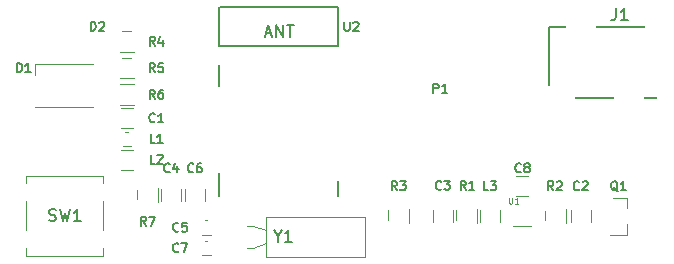
<source format=gto>
G04 #@! TF.GenerationSoftware,KiCad,Pcbnew,no-vcs-found-e5c4cfc~61~ubuntu16.04.1*
G04 #@! TF.CreationDate,2017-11-03T16:10:43+05:30*
G04 #@! TF.ProjectId,snap_rev2,736E61705F726576322E6B696361645F,rev?*
G04 #@! TF.SameCoordinates,Original*
G04 #@! TF.FileFunction,Legend,Top*
G04 #@! TF.FilePolarity,Positive*
%FSLAX46Y46*%
G04 Gerber Fmt 4.6, Leading zero omitted, Abs format (unit mm)*
G04 Created by KiCad (PCBNEW no-vcs-found-e5c4cfc~61~ubuntu16.04.1) date Fri Nov  3 16:10:43 2017*
%MOMM*%
%LPD*%
G01*
G04 APERTURE LIST*
%ADD10C,0.120000*%
%ADD11C,0.150000*%
%ADD12C,0.127000*%
%ADD13C,0.100000*%
%ADD14C,4.200000*%
%ADD15R,1.100000X1.700000*%
%ADD16C,2.480000*%
%ADD17R,0.830000X1.680000*%
%ADD18C,1.400000*%
%ADD19C,0.900000*%
%ADD20R,1.600000X0.900000*%
%ADD21R,2.000000X1.300000*%
%ADD22R,2.000000X0.900000*%
%ADD23R,0.900000X2.000000*%
%ADD24R,1.250000X0.680000*%
%ADD25R,1.150000X0.680000*%
%ADD26R,1.700000X1.100000*%
%ADD27R,1.300000X1.200000*%
%ADD28C,2.100000*%
%ADD29R,1.650000X1.400000*%
%ADD30R,1.400000X1.650000*%
%ADD31R,1.200000X1.150000*%
%ADD32R,2.600000X2.400000*%
%ADD33R,2.600000X2.800000*%
%ADD34C,1.500000*%
%ADD35R,3.150000X1.400000*%
G04 APERTURE END LIST*
D10*
X62850000Y-94380000D02*
X61650000Y-94380000D01*
X61650000Y-92620000D02*
X62850000Y-92620000D01*
D11*
X80100000Y-91600000D02*
X70100000Y-91600000D01*
X70100000Y-88350000D02*
X80100000Y-88350000D01*
X70096200Y-95030600D02*
X70096200Y-93278000D01*
X70096200Y-88350400D02*
X70096200Y-91601600D01*
X70096200Y-104327000D02*
X70096200Y-102396600D01*
X80103800Y-104352400D02*
X80103800Y-103082400D01*
X80103800Y-88350400D02*
X80103800Y-91601600D01*
D10*
X94777000Y-105195000D02*
X96477000Y-105195000D01*
X94927000Y-106895000D02*
X96477000Y-106895000D01*
X64880000Y-103650000D02*
X64880000Y-104850000D01*
X63120000Y-104850000D02*
X63120000Y-103650000D01*
X62850000Y-96630000D02*
X61650000Y-96630000D01*
X61650000Y-94870000D02*
X62850000Y-94870000D01*
X62850000Y-92130000D02*
X61650000Y-92130000D01*
X61650000Y-90370000D02*
X62850000Y-90370000D01*
X86130000Y-105400000D02*
X86130000Y-106600000D01*
X84370000Y-106600000D02*
X84370000Y-105400000D01*
X97636000Y-106645000D02*
X97636000Y-105445000D01*
X99396000Y-105445000D02*
X99396000Y-106645000D01*
X91880000Y-105400000D02*
X91880000Y-106600000D01*
X90120000Y-106600000D02*
X90120000Y-105400000D01*
X104610000Y-107625000D02*
X104610000Y-106695000D01*
X104610000Y-104465000D02*
X104610000Y-105395000D01*
X104610000Y-104465000D02*
X102450000Y-104465000D01*
X104610000Y-107625000D02*
X103150000Y-107625000D01*
X93850000Y-106500000D02*
X93850000Y-105500000D01*
X92150000Y-105500000D02*
X92150000Y-106500000D01*
X62750000Y-100400000D02*
X61750000Y-100400000D01*
X61750000Y-102100000D02*
X62750000Y-102100000D01*
X61900000Y-98900000D02*
X62600000Y-98900000D01*
X62600000Y-100100000D02*
X61900000Y-100100000D01*
X54450000Y-93200000D02*
X54450000Y-94100000D01*
X54450000Y-96800000D02*
X59350000Y-96800000D01*
X59350000Y-93200000D02*
X54450000Y-93200000D01*
X96222000Y-102655000D02*
X95222000Y-102655000D01*
X95222000Y-104355000D02*
X96222000Y-104355000D01*
X68650000Y-108150000D02*
X69350000Y-108150000D01*
X69350000Y-109350000D02*
X68650000Y-109350000D01*
X68850000Y-104750000D02*
X68850000Y-103750000D01*
X67150000Y-103750000D02*
X67150000Y-104750000D01*
X68650000Y-106400000D02*
X69350000Y-106400000D01*
X69350000Y-107600000D02*
X68650000Y-107600000D01*
X66850000Y-104750000D02*
X66850000Y-103750000D01*
X65150000Y-103750000D02*
X65150000Y-104750000D01*
X88150000Y-105500000D02*
X88150000Y-106500000D01*
X89850000Y-106500000D02*
X89850000Y-105500000D01*
X99825000Y-105545000D02*
X99825000Y-106545000D01*
X101525000Y-106545000D02*
X101525000Y-105545000D01*
X61750000Y-98600000D02*
X62750000Y-98600000D01*
X62750000Y-96900000D02*
X61750000Y-96900000D01*
D11*
X107200000Y-96000000D02*
X106000000Y-96000000D01*
X103600000Y-96000000D02*
X100100000Y-96000000D01*
X106200000Y-90000000D02*
X101900000Y-90000000D01*
X98000000Y-90000000D02*
X98000000Y-95100000D01*
X99500000Y-90000000D02*
X98000000Y-90000000D01*
D10*
X60250000Y-107250000D02*
X60250000Y-104750000D01*
X53750000Y-107250000D02*
X53750000Y-104750000D01*
X60250000Y-109400000D02*
X60250000Y-108750000D01*
X53750000Y-109400000D02*
X60250000Y-109400000D01*
X53750000Y-108750000D02*
X53750000Y-109400000D01*
X60250000Y-102600000D02*
X60250000Y-103250000D01*
X53750000Y-102600000D02*
X60250000Y-102600000D01*
X53750000Y-103250000D02*
X53750000Y-102600000D01*
X72900000Y-106850000D02*
X72450000Y-106850000D01*
X74050000Y-107255000D02*
X72900000Y-106850000D01*
X72900000Y-108750000D02*
X72450000Y-108750000D01*
X74050000Y-108345000D02*
X72900000Y-108750000D01*
X74050000Y-106100000D02*
X74050000Y-109500000D01*
X82450000Y-106100000D02*
X74050000Y-106100000D01*
X82450000Y-109500000D02*
X82450000Y-106100000D01*
X74050000Y-109500000D02*
X82450000Y-109500000D01*
D12*
X64623000Y-93844714D02*
X64369000Y-93481857D01*
X64187571Y-93844714D02*
X64187571Y-93082714D01*
X64477857Y-93082714D01*
X64550428Y-93119000D01*
X64586714Y-93155285D01*
X64623000Y-93227857D01*
X64623000Y-93336714D01*
X64586714Y-93409285D01*
X64550428Y-93445571D01*
X64477857Y-93481857D01*
X64187571Y-93481857D01*
X65312428Y-93082714D02*
X64949571Y-93082714D01*
X64913285Y-93445571D01*
X64949571Y-93409285D01*
X65022142Y-93373000D01*
X65203571Y-93373000D01*
X65276142Y-93409285D01*
X65312428Y-93445571D01*
X65348714Y-93518142D01*
X65348714Y-93699571D01*
X65312428Y-93772142D01*
X65276142Y-93808428D01*
X65203571Y-93844714D01*
X65022142Y-93844714D01*
X64949571Y-93808428D01*
X64913285Y-93772142D01*
X59187571Y-90344714D02*
X59187571Y-89582714D01*
X59369000Y-89582714D01*
X59477857Y-89619000D01*
X59550428Y-89691571D01*
X59586714Y-89764142D01*
X59623000Y-89909285D01*
X59623000Y-90018142D01*
X59586714Y-90163285D01*
X59550428Y-90235857D01*
X59477857Y-90308428D01*
X59369000Y-90344714D01*
X59187571Y-90344714D01*
X59913285Y-89655285D02*
X59949571Y-89619000D01*
X60022142Y-89582714D01*
X60203571Y-89582714D01*
X60276142Y-89619000D01*
X60312428Y-89655285D01*
X60348714Y-89727857D01*
X60348714Y-89800428D01*
X60312428Y-89909285D01*
X59877000Y-90344714D01*
X60348714Y-90344714D01*
X88207573Y-95594714D02*
X88207573Y-94832714D01*
X88497859Y-94832714D01*
X88570430Y-94869000D01*
X88606716Y-94905285D01*
X88643002Y-94977857D01*
X88643002Y-95086714D01*
X88606716Y-95159285D01*
X88570430Y-95195571D01*
X88497859Y-95231857D01*
X88207573Y-95231857D01*
X89368716Y-95594714D02*
X88933287Y-95594714D01*
X89151002Y-95594714D02*
X89151002Y-94832714D01*
X89078430Y-94941571D01*
X89005859Y-95014142D01*
X88933287Y-95050428D01*
X80669428Y-89582714D02*
X80669428Y-90199571D01*
X80705714Y-90272142D01*
X80742000Y-90308428D01*
X80814571Y-90344714D01*
X80959714Y-90344714D01*
X81032285Y-90308428D01*
X81068571Y-90272142D01*
X81104857Y-90199571D01*
X81104857Y-89582714D01*
X81431428Y-89655285D02*
X81467714Y-89619000D01*
X81540285Y-89582714D01*
X81721714Y-89582714D01*
X81794285Y-89619000D01*
X81830571Y-89655285D01*
X81866857Y-89727857D01*
X81866857Y-89800428D01*
X81830571Y-89909285D01*
X81395142Y-90344714D01*
X81866857Y-90344714D01*
D11*
X74007142Y-90566666D02*
X74483333Y-90566666D01*
X73911904Y-90852380D02*
X74245238Y-89852380D01*
X74578571Y-90852380D01*
X74911904Y-90852380D02*
X74911904Y-89852380D01*
X75483333Y-90852380D01*
X75483333Y-89852380D01*
X75816666Y-89852380D02*
X76388095Y-89852380D01*
X76102380Y-90852380D02*
X76102380Y-89852380D01*
D13*
X94619047Y-104476190D02*
X94619047Y-104880952D01*
X94642857Y-104928571D01*
X94666666Y-104952380D01*
X94714285Y-104976190D01*
X94809523Y-104976190D01*
X94857142Y-104952380D01*
X94880952Y-104928571D01*
X94904761Y-104880952D01*
X94904761Y-104476190D01*
X95404761Y-104976190D02*
X95119047Y-104976190D01*
X95261904Y-104976190D02*
X95261904Y-104476190D01*
X95214285Y-104547619D01*
X95166666Y-104595238D01*
X95119047Y-104619047D01*
D12*
X63873000Y-106844714D02*
X63619000Y-106481857D01*
X63437571Y-106844714D02*
X63437571Y-106082714D01*
X63727857Y-106082714D01*
X63800428Y-106119000D01*
X63836714Y-106155285D01*
X63873000Y-106227857D01*
X63873000Y-106336714D01*
X63836714Y-106409285D01*
X63800428Y-106445571D01*
X63727857Y-106481857D01*
X63437571Y-106481857D01*
X64127000Y-106082714D02*
X64635000Y-106082714D01*
X64308428Y-106844714D01*
X64623000Y-96094714D02*
X64369000Y-95731857D01*
X64187571Y-96094714D02*
X64187571Y-95332714D01*
X64477857Y-95332714D01*
X64550428Y-95369000D01*
X64586714Y-95405285D01*
X64623000Y-95477857D01*
X64623000Y-95586714D01*
X64586714Y-95659285D01*
X64550428Y-95695571D01*
X64477857Y-95731857D01*
X64187571Y-95731857D01*
X65276142Y-95332714D02*
X65131000Y-95332714D01*
X65058428Y-95369000D01*
X65022142Y-95405285D01*
X64949571Y-95514142D01*
X64913285Y-95659285D01*
X64913285Y-95949571D01*
X64949571Y-96022142D01*
X64985857Y-96058428D01*
X65058428Y-96094714D01*
X65203571Y-96094714D01*
X65276142Y-96058428D01*
X65312428Y-96022142D01*
X65348714Y-95949571D01*
X65348714Y-95768142D01*
X65312428Y-95695571D01*
X65276142Y-95659285D01*
X65203571Y-95623000D01*
X65058428Y-95623000D01*
X64985857Y-95659285D01*
X64949571Y-95695571D01*
X64913285Y-95768142D01*
X64623000Y-91594714D02*
X64369000Y-91231857D01*
X64187571Y-91594714D02*
X64187571Y-90832714D01*
X64477857Y-90832714D01*
X64550428Y-90869000D01*
X64586714Y-90905285D01*
X64623000Y-90977857D01*
X64623000Y-91086714D01*
X64586714Y-91159285D01*
X64550428Y-91195571D01*
X64477857Y-91231857D01*
X64187571Y-91231857D01*
X65276142Y-91086714D02*
X65276142Y-91594714D01*
X65094714Y-90796428D02*
X64913285Y-91340714D01*
X65385000Y-91340714D01*
X85123000Y-103844714D02*
X84869000Y-103481857D01*
X84687571Y-103844714D02*
X84687571Y-103082714D01*
X84977857Y-103082714D01*
X85050428Y-103119000D01*
X85086714Y-103155285D01*
X85123000Y-103227857D01*
X85123000Y-103336714D01*
X85086714Y-103409285D01*
X85050428Y-103445571D01*
X84977857Y-103481857D01*
X84687571Y-103481857D01*
X85377000Y-103082714D02*
X85848714Y-103082714D01*
X85594714Y-103373000D01*
X85703571Y-103373000D01*
X85776142Y-103409285D01*
X85812428Y-103445571D01*
X85848714Y-103518142D01*
X85848714Y-103699571D01*
X85812428Y-103772142D01*
X85776142Y-103808428D01*
X85703571Y-103844714D01*
X85485857Y-103844714D01*
X85413285Y-103808428D01*
X85377000Y-103772142D01*
X98373000Y-103844714D02*
X98119000Y-103481857D01*
X97937571Y-103844714D02*
X97937571Y-103082714D01*
X98227857Y-103082714D01*
X98300428Y-103119000D01*
X98336714Y-103155285D01*
X98373000Y-103227857D01*
X98373000Y-103336714D01*
X98336714Y-103409285D01*
X98300428Y-103445571D01*
X98227857Y-103481857D01*
X97937571Y-103481857D01*
X98663285Y-103155285D02*
X98699571Y-103119000D01*
X98772142Y-103082714D01*
X98953571Y-103082714D01*
X99026142Y-103119000D01*
X99062428Y-103155285D01*
X99098714Y-103227857D01*
X99098714Y-103300428D01*
X99062428Y-103409285D01*
X98627000Y-103844714D01*
X99098714Y-103844714D01*
X90949000Y-103799714D02*
X90695000Y-103436857D01*
X90513571Y-103799714D02*
X90513571Y-103037714D01*
X90803857Y-103037714D01*
X90876428Y-103074000D01*
X90912714Y-103110285D01*
X90949000Y-103182857D01*
X90949000Y-103291714D01*
X90912714Y-103364285D01*
X90876428Y-103400571D01*
X90803857Y-103436857D01*
X90513571Y-103436857D01*
X91674714Y-103799714D02*
X91239285Y-103799714D01*
X91457000Y-103799714D02*
X91457000Y-103037714D01*
X91384428Y-103146571D01*
X91311857Y-103219142D01*
X91239285Y-103255428D01*
X103827428Y-103917285D02*
X103754857Y-103881000D01*
X103682285Y-103808428D01*
X103573428Y-103699571D01*
X103500857Y-103663285D01*
X103428285Y-103663285D01*
X103464571Y-103844714D02*
X103392000Y-103808428D01*
X103319428Y-103735857D01*
X103283142Y-103590714D01*
X103283142Y-103336714D01*
X103319428Y-103191571D01*
X103392000Y-103119000D01*
X103464571Y-103082714D01*
X103609714Y-103082714D01*
X103682285Y-103119000D01*
X103754857Y-103191571D01*
X103791142Y-103336714D01*
X103791142Y-103590714D01*
X103754857Y-103735857D01*
X103682285Y-103808428D01*
X103609714Y-103844714D01*
X103464571Y-103844714D01*
X104516857Y-103844714D02*
X104081428Y-103844714D01*
X104299142Y-103844714D02*
X104299142Y-103082714D01*
X104226571Y-103191571D01*
X104154000Y-103264142D01*
X104081428Y-103300428D01*
X92873000Y-103844714D02*
X92510142Y-103844714D01*
X92510142Y-103082714D01*
X93054428Y-103082714D02*
X93526142Y-103082714D01*
X93272142Y-103373000D01*
X93381000Y-103373000D01*
X93453571Y-103409285D01*
X93489857Y-103445571D01*
X93526142Y-103518142D01*
X93526142Y-103699571D01*
X93489857Y-103772142D01*
X93453571Y-103808428D01*
X93381000Y-103844714D01*
X93163285Y-103844714D01*
X93090714Y-103808428D01*
X93054428Y-103772142D01*
X64623000Y-101594714D02*
X64260142Y-101594714D01*
X64260142Y-100832714D01*
X64840714Y-100905285D02*
X64877000Y-100869000D01*
X64949571Y-100832714D01*
X65131000Y-100832714D01*
X65203571Y-100869000D01*
X65239857Y-100905285D01*
X65276142Y-100977857D01*
X65276142Y-101050428D01*
X65239857Y-101159285D01*
X64804428Y-101594714D01*
X65276142Y-101594714D01*
X64623000Y-99844714D02*
X64260142Y-99844714D01*
X64260142Y-99082714D01*
X65276142Y-99844714D02*
X64840714Y-99844714D01*
X65058428Y-99844714D02*
X65058428Y-99082714D01*
X64985857Y-99191571D01*
X64913285Y-99264142D01*
X64840714Y-99300428D01*
X52937571Y-93844714D02*
X52937571Y-93082714D01*
X53119000Y-93082714D01*
X53227857Y-93119000D01*
X53300428Y-93191571D01*
X53336714Y-93264142D01*
X53373000Y-93409285D01*
X53373000Y-93518142D01*
X53336714Y-93663285D01*
X53300428Y-93735857D01*
X53227857Y-93808428D01*
X53119000Y-93844714D01*
X52937571Y-93844714D01*
X54098714Y-93844714D02*
X53663285Y-93844714D01*
X53881000Y-93844714D02*
X53881000Y-93082714D01*
X53808428Y-93191571D01*
X53735857Y-93264142D01*
X53663285Y-93300428D01*
X95623000Y-102272142D02*
X95586714Y-102308428D01*
X95477857Y-102344714D01*
X95405285Y-102344714D01*
X95296428Y-102308428D01*
X95223857Y-102235857D01*
X95187571Y-102163285D01*
X95151285Y-102018142D01*
X95151285Y-101909285D01*
X95187571Y-101764142D01*
X95223857Y-101691571D01*
X95296428Y-101619000D01*
X95405285Y-101582714D01*
X95477857Y-101582714D01*
X95586714Y-101619000D01*
X95623000Y-101655285D01*
X96058428Y-101909285D02*
X95985857Y-101873000D01*
X95949571Y-101836714D01*
X95913285Y-101764142D01*
X95913285Y-101727857D01*
X95949571Y-101655285D01*
X95985857Y-101619000D01*
X96058428Y-101582714D01*
X96203571Y-101582714D01*
X96276142Y-101619000D01*
X96312428Y-101655285D01*
X96348714Y-101727857D01*
X96348714Y-101764142D01*
X96312428Y-101836714D01*
X96276142Y-101873000D01*
X96203571Y-101909285D01*
X96058428Y-101909285D01*
X95985857Y-101945571D01*
X95949571Y-101981857D01*
X95913285Y-102054428D01*
X95913285Y-102199571D01*
X95949571Y-102272142D01*
X95985857Y-102308428D01*
X96058428Y-102344714D01*
X96203571Y-102344714D01*
X96276142Y-102308428D01*
X96312428Y-102272142D01*
X96348714Y-102199571D01*
X96348714Y-102054428D01*
X96312428Y-101981857D01*
X96276142Y-101945571D01*
X96203571Y-101909285D01*
X66623000Y-109022142D02*
X66586714Y-109058428D01*
X66477857Y-109094714D01*
X66405285Y-109094714D01*
X66296428Y-109058428D01*
X66223857Y-108985857D01*
X66187571Y-108913285D01*
X66151285Y-108768142D01*
X66151285Y-108659285D01*
X66187571Y-108514142D01*
X66223857Y-108441571D01*
X66296428Y-108369000D01*
X66405285Y-108332714D01*
X66477857Y-108332714D01*
X66586714Y-108369000D01*
X66623000Y-108405285D01*
X66877000Y-108332714D02*
X67385000Y-108332714D01*
X67058428Y-109094714D01*
X67873000Y-102272142D02*
X67836714Y-102308428D01*
X67727857Y-102344714D01*
X67655285Y-102344714D01*
X67546428Y-102308428D01*
X67473857Y-102235857D01*
X67437571Y-102163285D01*
X67401285Y-102018142D01*
X67401285Y-101909285D01*
X67437571Y-101764142D01*
X67473857Y-101691571D01*
X67546428Y-101619000D01*
X67655285Y-101582714D01*
X67727857Y-101582714D01*
X67836714Y-101619000D01*
X67873000Y-101655285D01*
X68526142Y-101582714D02*
X68381000Y-101582714D01*
X68308428Y-101619000D01*
X68272142Y-101655285D01*
X68199571Y-101764142D01*
X68163285Y-101909285D01*
X68163285Y-102199571D01*
X68199571Y-102272142D01*
X68235857Y-102308428D01*
X68308428Y-102344714D01*
X68453571Y-102344714D01*
X68526142Y-102308428D01*
X68562428Y-102272142D01*
X68598714Y-102199571D01*
X68598714Y-102018142D01*
X68562428Y-101945571D01*
X68526142Y-101909285D01*
X68453571Y-101873000D01*
X68308428Y-101873000D01*
X68235857Y-101909285D01*
X68199571Y-101945571D01*
X68163285Y-102018142D01*
X66623000Y-107272142D02*
X66586714Y-107308428D01*
X66477857Y-107344714D01*
X66405285Y-107344714D01*
X66296428Y-107308428D01*
X66223857Y-107235857D01*
X66187571Y-107163285D01*
X66151285Y-107018142D01*
X66151285Y-106909285D01*
X66187571Y-106764142D01*
X66223857Y-106691571D01*
X66296428Y-106619000D01*
X66405285Y-106582714D01*
X66477857Y-106582714D01*
X66586714Y-106619000D01*
X66623000Y-106655285D01*
X67312428Y-106582714D02*
X66949571Y-106582714D01*
X66913285Y-106945571D01*
X66949571Y-106909285D01*
X67022142Y-106873000D01*
X67203571Y-106873000D01*
X67276142Y-106909285D01*
X67312428Y-106945571D01*
X67348714Y-107018142D01*
X67348714Y-107199571D01*
X67312428Y-107272142D01*
X67276142Y-107308428D01*
X67203571Y-107344714D01*
X67022142Y-107344714D01*
X66949571Y-107308428D01*
X66913285Y-107272142D01*
X65873000Y-102272142D02*
X65836714Y-102308428D01*
X65727857Y-102344714D01*
X65655285Y-102344714D01*
X65546428Y-102308428D01*
X65473857Y-102235857D01*
X65437571Y-102163285D01*
X65401285Y-102018142D01*
X65401285Y-101909285D01*
X65437571Y-101764142D01*
X65473857Y-101691571D01*
X65546428Y-101619000D01*
X65655285Y-101582714D01*
X65727857Y-101582714D01*
X65836714Y-101619000D01*
X65873000Y-101655285D01*
X66526142Y-101836714D02*
X66526142Y-102344714D01*
X66344714Y-101546428D02*
X66163285Y-102090714D01*
X66635000Y-102090714D01*
X88873000Y-103727142D02*
X88836714Y-103763428D01*
X88727857Y-103799714D01*
X88655285Y-103799714D01*
X88546428Y-103763428D01*
X88473857Y-103690857D01*
X88437571Y-103618285D01*
X88401285Y-103473142D01*
X88401285Y-103364285D01*
X88437571Y-103219142D01*
X88473857Y-103146571D01*
X88546428Y-103074000D01*
X88655285Y-103037714D01*
X88727857Y-103037714D01*
X88836714Y-103074000D01*
X88873000Y-103110285D01*
X89127000Y-103037714D02*
X89598714Y-103037714D01*
X89344714Y-103328000D01*
X89453571Y-103328000D01*
X89526142Y-103364285D01*
X89562428Y-103400571D01*
X89598714Y-103473142D01*
X89598714Y-103654571D01*
X89562428Y-103727142D01*
X89526142Y-103763428D01*
X89453571Y-103799714D01*
X89235857Y-103799714D01*
X89163285Y-103763428D01*
X89127000Y-103727142D01*
X100548000Y-103772142D02*
X100511714Y-103808428D01*
X100402857Y-103844714D01*
X100330285Y-103844714D01*
X100221428Y-103808428D01*
X100148857Y-103735857D01*
X100112571Y-103663285D01*
X100076285Y-103518142D01*
X100076285Y-103409285D01*
X100112571Y-103264142D01*
X100148857Y-103191571D01*
X100221428Y-103119000D01*
X100330285Y-103082714D01*
X100402857Y-103082714D01*
X100511714Y-103119000D01*
X100548000Y-103155285D01*
X100838285Y-103155285D02*
X100874571Y-103119000D01*
X100947142Y-103082714D01*
X101128571Y-103082714D01*
X101201142Y-103119000D01*
X101237428Y-103155285D01*
X101273714Y-103227857D01*
X101273714Y-103300428D01*
X101237428Y-103409285D01*
X100802000Y-103844714D01*
X101273714Y-103844714D01*
X64623000Y-98022142D02*
X64586714Y-98058428D01*
X64477857Y-98094714D01*
X64405285Y-98094714D01*
X64296428Y-98058428D01*
X64223857Y-97985857D01*
X64187571Y-97913285D01*
X64151285Y-97768142D01*
X64151285Y-97659285D01*
X64187571Y-97514142D01*
X64223857Y-97441571D01*
X64296428Y-97369000D01*
X64405285Y-97332714D01*
X64477857Y-97332714D01*
X64586714Y-97369000D01*
X64623000Y-97405285D01*
X65348714Y-98094714D02*
X64913285Y-98094714D01*
X65131000Y-98094714D02*
X65131000Y-97332714D01*
X65058428Y-97441571D01*
X64985857Y-97514142D01*
X64913285Y-97550428D01*
D11*
X103666666Y-88452380D02*
X103666666Y-89166666D01*
X103619047Y-89309523D01*
X103523809Y-89404761D01*
X103380952Y-89452380D01*
X103285714Y-89452380D01*
X104666666Y-89452380D02*
X104095238Y-89452380D01*
X104380952Y-89452380D02*
X104380952Y-88452380D01*
X104285714Y-88595238D01*
X104190476Y-88690476D01*
X104095238Y-88738095D01*
X55666666Y-106404761D02*
X55809523Y-106452380D01*
X56047619Y-106452380D01*
X56142857Y-106404761D01*
X56190476Y-106357142D01*
X56238095Y-106261904D01*
X56238095Y-106166666D01*
X56190476Y-106071428D01*
X56142857Y-106023809D01*
X56047619Y-105976190D01*
X55857142Y-105928571D01*
X55761904Y-105880952D01*
X55714285Y-105833333D01*
X55666666Y-105738095D01*
X55666666Y-105642857D01*
X55714285Y-105547619D01*
X55761904Y-105500000D01*
X55857142Y-105452380D01*
X56095238Y-105452380D01*
X56238095Y-105500000D01*
X56571428Y-105452380D02*
X56809523Y-106452380D01*
X57000000Y-105738095D01*
X57190476Y-106452380D01*
X57428571Y-105452380D01*
X58333333Y-106452380D02*
X57761904Y-106452380D01*
X58047619Y-106452380D02*
X58047619Y-105452380D01*
X57952380Y-105595238D01*
X57857142Y-105690476D01*
X57761904Y-105738095D01*
X75023809Y-107726190D02*
X75023809Y-108202380D01*
X74690476Y-107202380D02*
X75023809Y-107726190D01*
X75357142Y-107202380D01*
X76214285Y-108202380D02*
X75642857Y-108202380D01*
X75928571Y-108202380D02*
X75928571Y-107202380D01*
X75833333Y-107345238D01*
X75738095Y-107440476D01*
X75642857Y-107488095D01*
%LPC*%
D14*
X102000000Y-100000000D03*
X55000000Y-100000000D03*
D15*
X61300000Y-93500000D03*
X63200000Y-93500000D03*
D16*
X57000000Y-90000000D03*
D17*
X55375000Y-90000000D03*
X58625000Y-90000000D03*
D18*
X84730000Y-100330000D03*
X84730000Y-97790000D03*
X84730000Y-95250000D03*
X84730000Y-92710000D03*
X84730000Y-90170000D03*
X87270000Y-90170000D03*
X87270000Y-92710000D03*
X87270000Y-95250000D03*
X87270000Y-97790000D03*
X87270000Y-100330000D03*
D19*
X86000000Y-101250000D03*
D18*
X86000000Y-89250000D03*
D20*
X78000000Y-94500000D03*
X78000000Y-93100000D03*
D21*
X79850000Y-92550000D03*
D22*
X79850000Y-93450000D03*
X79850000Y-94150000D03*
X79850000Y-94850000D03*
X79850000Y-95550000D03*
X79850000Y-96250000D03*
X79850000Y-96950000D03*
X79850000Y-97650000D03*
X79850000Y-98350000D03*
X79850000Y-99050000D03*
X79850000Y-99750000D03*
X79850000Y-100450000D03*
X79850000Y-101150000D03*
X79850000Y-101850000D03*
X79850000Y-102550000D03*
D23*
X79300000Y-104100000D03*
X78600000Y-104100000D03*
X77900000Y-104100000D03*
X77200000Y-104100000D03*
X76500000Y-104100000D03*
X75800000Y-104100000D03*
X75100000Y-104100000D03*
X74400000Y-104100000D03*
X73700000Y-104100000D03*
X73000000Y-104100000D03*
X72300000Y-104100000D03*
X71600000Y-104100000D03*
D22*
X70350000Y-101850000D03*
X70350000Y-101150000D03*
X70350000Y-100450000D03*
X70350000Y-99750000D03*
X70350000Y-99050000D03*
X70350000Y-98350000D03*
X70350000Y-97650000D03*
X70350000Y-96950000D03*
X70350000Y-96250000D03*
D21*
X70350000Y-92550000D03*
D22*
X70350000Y-95550000D03*
D23*
X70800000Y-104100000D03*
D24*
X95197000Y-105545000D03*
D25*
X95147000Y-106045000D03*
X95147000Y-106545000D03*
X96297000Y-106545000D03*
X96297000Y-106045000D03*
X96297000Y-105545000D03*
D26*
X64000000Y-105200000D03*
X64000000Y-103300000D03*
D15*
X61300000Y-95750000D03*
X63200000Y-95750000D03*
X61300000Y-91250000D03*
X63200000Y-91250000D03*
D26*
X85250000Y-106950000D03*
X85250000Y-105050000D03*
X98516000Y-105095000D03*
X98516000Y-106995000D03*
X91000000Y-106950000D03*
X91000000Y-105050000D03*
D27*
X102850000Y-105095000D03*
X102850000Y-106995000D03*
X104850000Y-106045000D03*
D28*
X108000000Y-108000000D03*
D29*
X93000000Y-105000000D03*
X93000000Y-107000000D03*
D30*
X61250000Y-101250000D03*
X63250000Y-101250000D03*
D31*
X61500000Y-99500000D03*
X63000000Y-99500000D03*
D26*
X55450000Y-93900000D03*
X55450000Y-95000000D03*
X55450000Y-96100000D03*
X58550000Y-96100000D03*
X58550000Y-95000000D03*
X58550000Y-93900000D03*
D30*
X94722000Y-103505000D03*
X96722000Y-103505000D03*
D31*
X68250000Y-108750000D03*
X69750000Y-108750000D03*
D29*
X68000000Y-103250000D03*
X68000000Y-105250000D03*
D31*
X68250000Y-107000000D03*
X69750000Y-107000000D03*
D29*
X66000000Y-103250000D03*
X66000000Y-105250000D03*
X89000000Y-107000000D03*
X89000000Y-105000000D03*
X100675000Y-107045000D03*
X100675000Y-105045000D03*
D30*
X63250000Y-97750000D03*
X61250000Y-97750000D03*
D32*
X107400000Y-89400000D03*
X100700000Y-89400000D03*
X108400000Y-96600000D03*
X104800000Y-96600000D03*
D33*
X98900000Y-96400000D03*
D34*
X101000000Y-93000000D03*
X107000000Y-93000000D03*
D28*
X52000000Y-90000000D03*
D35*
X59875000Y-104000000D03*
X54125000Y-104000000D03*
X54125000Y-108000000D03*
X59875000Y-108000000D03*
D18*
X71750000Y-106850000D03*
X71750000Y-108750000D03*
M02*

</source>
